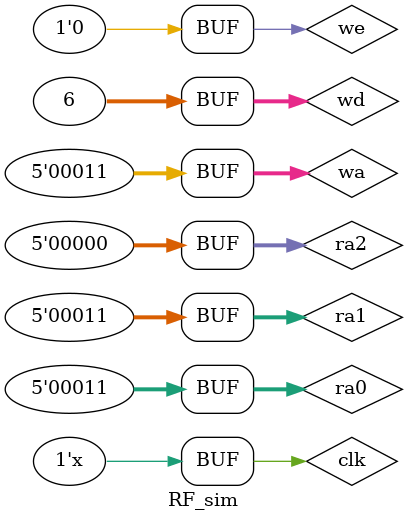
<source format=v>
`timescale 1ns / 1ps


module RF_sim();
reg clk;
reg [4:0] ra0;
reg [4:0] ra1;
reg [4:0] ra2;
reg [4:0] wa;
wire [31:0] rd0;
wire [31:0] rd1;
wire [31:0] rd2;
reg [31:0] wd;
reg we;
register_file #(5,32) RF(clk, ra0, rd0, ra1, rd1, ra2, rd2, we, wa, wd);

initial clk = 0;
always #5 clk = ~clk;

initial
begin
    we = 0; ra0 = 3; ra1 = 1; ra2 = 0;
    #50 we = 1;
    #5 begin wa = 3; wd = 6; ra1 = 3; end
    #10 we = 0;

end
endmodule

</source>
